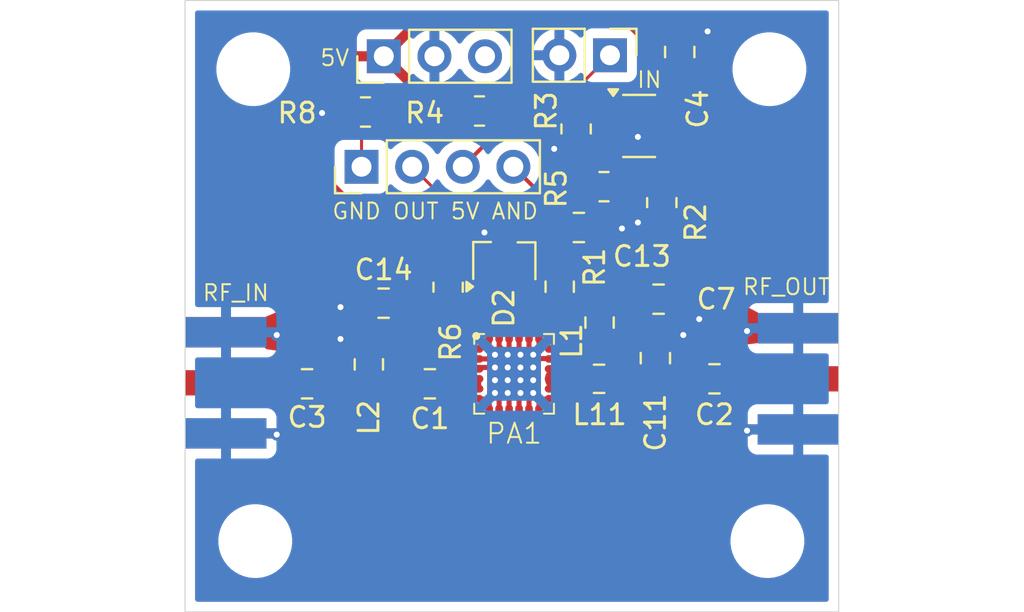
<source format=kicad_pcb>
(kicad_pcb (version 20240108) (generator "pcbnew") (generator_version "8.0")
  (layers (0 "F.Cu" signal) (31 "B.Cu" signal) (34 "B.Paste" user) (35 "F.Paste" user) (36 "B.SilkS" user "B.Silkscreen") (37 "F.SilkS" user "F.Silkscreen") (38 "B.Mask" user) (39 "F.Mask" user) (44 "Edge.Cuts" user))
  (net 0 "")
  (net 1 "+5V")
  (net 2 "GND")
  (net 3 "Net-(J2-In)")
  (net 4 "RFin")
  (net 5 "RFout")
  (net 6 "Net-(J3-In)")
  (net 7 "Net-(PA1-Vbias)")
  (net 9 "Net-(J4-Pin_1)")
  (net 10 "Net-(PA1-Iref)")
  (net 11 "Net-(C1-Pad2)")
  (net 12 "Net-(C11-Pad2)")
  (net 13 "AND")
  (net 14 "Net-(J5-Pin_1)")
  (net 15 "Net-(R2-Pad2)")
  (net 16 "Net-(J4-Pin_2)")
  (net 17 "Net-(J4-Pin_3)")
  (footprint "Capacitor_SMD:C_0805_2012Metric_Pad1.18x1.45mm_HandSolder" (layer "F.Cu") (at 153.83995 103.55 180)
    (property "Reference" "C13" (at -3.16005 -1.45 0) (layer "F.SilkS"))
    (property "Value" "0.1uF" (hide yes))
    (fp_line (start -0.261252 0.735) (end 0.261252 0.735) (stroke (width 0.12)) (layer "F.SilkS"))
    (fp_line (start -0.261252 -0.735) (end 0.261252 -0.735) (stroke (width 0.12)) (layer "F.SilkS"))
    (pad "1" smd roundrect (at -1.0375 0 180) (size 1.175 1.45) (layers "F.Cu" "F.Paste" "F.Mask") (roundrect_rratio 0.212766) (net 2 "GND"))
    (pad "2" smd roundrect (at 1.0375 0 180) (size 1.175 1.45) (layers "F.Cu" "F.Paste" "F.Mask") (roundrect_rratio 0.212766) (net 16 "Net-(J4-Pin_2)"))
  )
  (footprint "Resistor_SMD:R_0805_2012Metric_Pad1.20x1.40mm_HandSolder" (layer "F.Cu") (at 153.7 98.6 90)
    (property "Reference" "R3" (at 0.9 -1.5 90) (layer "F.SilkS"))
    (property "Value" "10k" (hide yes))
    (fp_line (start -0.227064 -0.735) (end 0.227064 -0.735) (stroke (width 0.12)) (layer "F.SilkS"))
    (fp_line (start -0.227064 0.735) (end 0.227064 0.735) (stroke (width 0.12)) (layer "F.SilkS"))
    (pad "1" smd roundrect (at -1 0 90) (size 1.2 1.4) (layers "F.Cu" "F.Paste" "F.Mask") (roundrect_rratio 0.208333) (net 2 "GND"))
    (pad "2" smd roundrect (at 1 0 90) (size 1.2 1.4) (layers "F.Cu" "F.Paste" "F.Mask") (roundrect_rratio 0.208333) (net 14 "Net-(J5-Pin_1)"))
  )
  (footprint "Resistor_SMD:R_0805_2012Metric_Pad1.20x1.40mm_HandSolder" (layer "F.Cu") (at 155.1 101.5)
    (property "Reference" "R5" (at -2.4 0.1 90) (layer "F.SilkS"))
    (property "Value" "215" (hide yes))
    (fp_line (start -0.227064 -0.735) (end 0.227064 -0.735) (stroke (width 0.12)) (layer "F.SilkS"))
    (fp_line (start -0.227064 0.735) (end 0.227064 0.735) (stroke (width 0.12)) (layer "F.SilkS"))
    (pad "1" smd roundrect (at -1 0) (size 1.2 1.4) (layers "F.Cu" "F.Paste" "F.Mask") (roundrect_rratio 0.208333) (net 13 "AND"))
    (pad "2" smd roundrect (at 1 0) (size 1.2 1.4) (layers "F.Cu" "F.Paste" "F.Mask") (roundrect_rratio 0.208333) (net 15 "Net-(R2-Pad2)"))
  )
  (footprint "Resistor_SMD:R_0805_2012Metric_Pad1.20x1.40mm_HandSolder" (layer "F.Cu") (at 147.27745 106.55 -90)
    (property "Reference" "R6" (at 2.75 -0.12255 90) (layer "F.SilkS"))
    (property "Value" "280" (hide yes))
    (fp_line (start -0.227064 0.735) (end 0.227064 0.735) (stroke (width 0.12)) (layer "F.SilkS"))
    (fp_line (start -0.227064 -0.735) (end 0.227064 -0.735) (stroke (width 0.12)) (layer "F.SilkS"))
    (pad "1" smd roundrect (at -1 0 270) (size 1.2 1.4) (layers "F.Cu" "F.Paste" "F.Mask") (roundrect_rratio 0.208333) (net 1 "+5V"))
    (pad "2" smd roundrect (at 1 0 270) (size 1.2 1.4) (layers "F.Cu" "F.Paste" "F.Mask") (roundrect_rratio 0.208333) (net 7 "Net-(PA1-Vbias)"))
  )
  (footprint "Connector_PinHeader_2.54mm:PinHeader_1x03_P2.54mm_Vertical" (layer "F.Cu") (at 144.05 94.95 90)
    (property "Reference" "J1" (hide yes))
    (property "Value" "Conn_01x03_Pin" (hide yes))
    (fp_line (start -1.33 -1.33) (end 0 -1.33) (stroke (width 0.12)) (layer "F.SilkS"))
    (fp_line (start -1.33 0) (end -1.33 -1.33) (stroke (width 0.12)) (layer "F.SilkS"))
    (fp_line (start 1.33 1.27) (end 1.33 6.41) (stroke (width 0.12)) (layer "F.SilkS"))
    (fp_line (start -1.33 1.27) (end 1.33 1.27) (stroke (width 0.12)) (layer "F.SilkS"))
    (fp_line (start -1.33 1.27) (end -1.33 6.41) (stroke (width 0.12)) (layer "F.SilkS"))
    (fp_line (start -1.33 6.41) (end 1.33 6.41) (stroke (width 0.12)) (layer "F.SilkS"))
    (pad "1" thru_hole rect (at 0 0 90) (size 1.7 1.7) (drill 1) (layers "*.Cu" "*.Mask") (net 1 "+5V"))
    (pad "2" thru_hole oval (at 0 2.54 90) (size 1.7 1.7) (drill 1) (layers "*.Cu" "*.Mask") (net 2 "GND"))
    (pad "3" thru_hole oval (at 0 5.08 90) (size 1.7 1.7) (drill 1) (layers "*.Cu" "*.Mask"))
  )
  (footprint "Inductor_SMD:L_0805_2012Metric_Pad1.15x1.40mm_HandSolder" (layer "F.Cu") (at 143.3 110.425 90)
    (property "Reference" "L2" (at -2.675 0 90) (layer "F.SilkS"))
    (property "Value" "3.3nH" (hide yes))
    (fp_line (start -0.261252 -0.71) (end 0.261252 -0.71) (stroke (width 0.12)) (layer "F.SilkS"))
    (fp_line (start -0.261252 0.71) (end 0.261252 0.71) (stroke (width 0.12)) (layer "F.SilkS"))
    (pad "1" smd roundrect (at -1.025 0 90) (size 1.15 1.4) (layers "F.Cu" "F.Paste" "F.Mask") (roundrect_rratio 0.217391) (net 11 "Net-(C1-Pad2)"))
    (pad "2" smd roundrect (at 1.025 0 90) (size 1.15 1.4) (layers "F.Cu" "F.Paste" "F.Mask") (roundrect_rratio 0.217391) (net 2 "GND"))
  )
  (footprint "MountingHole:MountingHole_3.2mm_M3" (layer "F.Cu") (at 137.6 119.3)
    (property "Reference" "H3" (hide yes))
    (property "Value" "MountingHole" (hide yes))
    (pad "" np_thru_hole circle (at 0 0) (size 3.2 3.2) (drill 3.2) (layers "F&B.Cu" "*.Mask" "F.Paste"))
  )
  (footprint "Package_TO_SOT_SMD:TSOT-23" (layer "F.Cu") (at 150.07745 105.24 90)
    (property "Reference" "D2" (at -2.36 0 90) (layer "F.SilkS"))
    (property "Value" "D_Zener_Dual_CommonAnode_KKA" (hide yes))
    (fp_line (start 0.96 -1.54) (end -0.89 -1.54) (stroke (width 0.12)) (layer "F.SilkS"))
    (fp_line (start 0.96 -1.54) (end 0.96 -0.65) (stroke (width 0.12)) (layer "F.SilkS"))
    (fp_line (start 0.945 0.69) (end 0.945 1.58) (stroke (width 0.12)) (layer "F.SilkS"))
    (fp_line (start 0.945 1.58) (end -0.905 1.58) (stroke (width 0.12)) (layer "F.SilkS"))
    (fp_poly (pts (xy -1.28 -1.55) (xy -1.52 -1.88) (xy -1.04 -1.88) (xy -1.28 -1.55)) (stroke (width 0.12)) (fill solid) (layer "F.SilkS"))
    (pad "1" smd roundrect (at -1.31 -0.95 90) (size 1.22 0.65) (layers "F.Cu" "F.Paste" "F.Mask") (net 7 "Net-(PA1-Vbias)"))
    (pad "2" smd roundrect (at -1.31 0.95 90) (size 1.22 0.65) (layers "F.Cu" "F.Paste" "F.Mask") (net 16 "Net-(J4-Pin_2)"))
    (pad "3" smd roundrect (at 1.31 0 90) (size 1.22 0.65) (layers "F.Cu" "F.Paste" "F.Mask") (net 2 "GND"))
  )
  (footprint "Inductor_SMD:L_0805_2012Metric_Pad1.15x1.40mm_HandSolder" (layer "F.Cu") (at 154.85245 111.15)
    (property "Reference" "L11" (at 0.025 1.8 0) (layer "F.SilkS"))
    (property "Value" "3.0nH" (hide yes))
    (fp_line (start -0.261252 -0.71) (end 0.261252 -0.71) (stroke (width 0.12)) (layer "F.SilkS"))
    (fp_line (start -0.261252 0.71) (end 0.261252 0.71) (stroke (width 0.12)) (layer "F.SilkS"))
    (pad "1" smd roundrect (at -1.025 0) (size 1.15 1.4) (layers "F.Cu" "F.Paste" "F.Mask") (roundrect_rratio 0.217391) (net 5 "RFout"))
    (pad "2" smd roundrect (at 1.025 0) (size 1.15 1.4) (layers "F.Cu" "F.Paste" "F.Mask") (roundrect_rratio 0.217391) (net 12 "Net-(C11-Pad2)"))
  )
  (footprint "Capacitor_SMD:C_0805_2012Metric_Pad1.18x1.45mm_HandSolder" (layer "F.Cu") (at 144.03995 107.35)
    (property "Reference" "C14" (at 0 -1.68 0) (layer "F.SilkS"))
    (property "Value" "100pF" (hide yes))
    (fp_line (start -0.261252 -0.735) (end 0.261252 -0.735) (stroke (width 0.12)) (layer "F.SilkS"))
    (fp_line (start -0.261252 0.735) (end 0.261252 0.735) (stroke (width 0.12)) (layer "F.SilkS"))
    (pad "1" smd roundrect (at -1.0375 0) (size 1.175 1.45) (layers "F.Cu" "F.Paste" "F.Mask") (roundrect_rratio 0.212766) (net 2 "GND"))
    (pad "2" smd roundrect (at 1.0375 0) (size 1.175 1.45) (layers "F.Cu" "F.Paste" "F.Mask") (roundrect_rratio 0.212766) (net 7 "Net-(PA1-Vbias)"))
  )
  (footprint "adafruit:SMA_EDGELAUNCH" (layer "F.Cu") (at 134.1 111.35)
    (property "Reference" "J2" (hide yes))
    (property "Value" "Conn_Coaxial" (hide yes))
    (pad "1" smd rect (at 2.032 0 90) (size 1.27 4.064) (layers "F.Cu" "F.Mask") (net 3 "Net-(J2-In)"))
    (pad "2" smd rect (at 2.032 -2.54 90) (size 1.524 4.064) (layers "F.Cu" "F.Mask") (net 2 "GND"))
    (pad "2" smd rect (at 2.032 -2.54 90) (size 1.524 4.064) (layers "B.Cu" "B.Mask") (net 2 "GND"))
    (pad "2" smd rect (at 2.032 2.54 90) (size 1.524 4.064) (layers "F.Cu" "F.Mask") (net 2 "GND"))
    (pad "2" smd rect (at 2.032 2.54 90) (size 1.524 4.064) (layers "B.Cu" "B.Mask") (net 2 "GND"))
  )
  (footprint "Capacitor_SMD:C_0805_2012Metric_Pad1.18x1.45mm_HandSolder" (layer "F.Cu") (at 157.67745 110.1125 -90)
    (property "Reference" "C11" (at 3.2375 0 90) (layer "F.SilkS"))
    (property "Value" "39pF" (hide yes))
    (fp_line (start -0.261252 0.735) (end 0.261252 0.735) (stroke (width 0.12)) (layer "F.SilkS"))
    (fp_line (start -0.261252 -0.735) (end 0.261252 -0.735) (stroke (width 0.12)) (layer "F.SilkS"))
    (pad "1" smd roundrect (at -1.0375 0 270) (size 1.175 1.45) (layers "F.Cu" "F.Paste" "F.Mask") (roundrect_rratio 0.212766) (net 2 "GND"))
    (pad "2" smd roundrect (at 1.0375 0 270) (size 1.175 1.45) (layers "F.Cu" "F.Paste" "F.Mask") (roundrect_rratio 0.212766) (net 12 "Net-(C11-Pad2)"))
  )
  (footprint "Inductor_SMD:L_0805_2012Metric_Pad1.15x1.40mm_HandSolder" (layer "F.Cu") (at 154.87745 108.325 -90)
    (property "Reference" "L1" (at 0.925 1.4 90) (layer "F.SilkS"))
    (property "Value" "56nH" (hide yes))
    (fp_line (start -0.261252 0.71) (end 0.261252 0.71) (stroke (width 0.12)) (layer "F.SilkS"))
    (fp_line (start -0.261252 -0.71) (end 0.261252 -0.71) (stroke (width 0.12)) (layer "F.SilkS"))
    (pad "1" smd roundrect (at -1.025 0 270) (size 1.15 1.4) (layers "F.Cu" "F.Paste" "F.Mask") (roundrect_rratio 0.217391) (net 1 "+5V"))
    (pad "2" smd roundrect (at 1.025 0 270) (size 1.15 1.4) (layers "F.Cu" "F.Paste" "F.Mask") (roundrect_rratio 0.217391) (net 5 "RFout"))
  )
  (footprint "MountingHole:MountingHole_3.2mm_M3" (layer "F.Cu") (at 163.4 95.6)
    (property "Reference" "H4" (hide yes))
    (property "Value" "MountingHole" (hide yes))
    (pad "" np_thru_hole circle (at 0 0) (size 3.2 3.2) (drill 3.2) (layers "F&B.Cu" "*.Mask" "F.Paste"))
  )
  (footprint "Capacitor_SMD:C_0805_2012Metric_Pad1.18x1.45mm_HandSolder" (layer "F.Cu") (at 160.63995 111.15 180)
    (property "Reference" "C2" (at 0 -1.8 0) (layer "F.SilkS"))
    (property "Value" "1uF" (hide yes))
    (fp_line (start -0.261252 0.735) (end 0.261252 0.735) (stroke (width 0.12)) (layer "F.SilkS"))
    (fp_line (start -0.261252 -0.735) (end 0.261252 -0.735) (stroke (width 0.12)) (layer "F.SilkS"))
    (pad "1" smd roundrect (at -1.0375 0 180) (size 1.175 1.45) (layers "F.Cu" "F.Paste" "F.Mask") (roundrect_rratio 0.212766) (net 6 "Net-(J3-In)"))
    (pad "2" smd roundrect (at 1.0375 0 180) (size 1.175 1.45) (layers "F.Cu" "F.Paste" "F.Mask") (roundrect_rratio 0.212766) (net 12 "Net-(C11-Pad2)"))
  )
  (footprint "MountingHole:MountingHole_3.2mm_M3" (layer "F.Cu") (at 163.3 119.3)
    (property "Reference" "H2" (hide yes))
    (property "Value" "MountingHole" (hide yes))
    (pad "" np_thru_hole circle (at 0 0) (size 3.2 3.2) (drill 3.2) (layers "F&B.Cu" "*.Mask" "F.Paste"))
  )
  (footprint "Capacitor_SMD:C_0805_2012Metric_Pad1.18x1.45mm_HandSolder" (layer "F.Cu") (at 140.2 111.4 180)
    (property "Reference" "C3" (at 0 -1.68 0) (layer "F.SilkS"))
    (property "Value" "1uF" (hide yes))
    (fp_line (start -0.261252 0.735) (end 0.261252 0.735) (stroke (width 0.12)) (layer "F.SilkS"))
    (fp_line (start -0.261252 -0.735) (end 0.261252 -0.735) (stroke (width 0.12)) (layer "F.SilkS"))
    (pad "1" smd roundrect (at -1.0375 0 180) (size 1.175 1.45) (layers "F.Cu" "F.Paste" "F.Mask") (roundrect_rratio 0.212766) (net 11 "Net-(C1-Pad2)"))
    (pad "2" smd roundrect (at 1.0375 0 180) (size 1.175 1.45) (layers "F.Cu" "F.Paste" "F.Mask") (roundrect_rratio 0.212766) (net 3 "Net-(J2-In)"))
  )
  (footprint "Connector_PinHeader_2.54mm:PinHeader_1x04_P2.54mm_Vertical" (layer "F.Cu") (at 142.93255 100.5 90)
    (property "Reference" "J4" (hide yes))
    (property "Value" "Conn_01x04_Pin" (hide yes))
    (fp_line (start -1.33 -1.33) (end 0 -1.33) (stroke (width 0.12)) (layer "F.SilkS"))
    (fp_line (start -1.33 0) (end -1.33 -1.33) (stroke (width 0.12)) (layer "F.SilkS"))
    (fp_line (start 1.33 1.27) (end 1.33 8.95) (stroke (width 0.12)) (layer "F.SilkS"))
    (fp_line (start -1.33 1.27) (end 1.33 1.27) (stroke (width 0.12)) (layer "F.SilkS"))
    (fp_line (start -1.33 1.27) (end -1.33 8.95) (stroke (width 0.12)) (layer "F.SilkS"))
    (fp_line (start -1.33 8.95) (end 1.33 8.95) (stroke (width 0.12)) (layer "F.SilkS"))
    (pad "1" thru_hole rect (at 0 0 90) (size 1.7 1.7) (drill 1) (layers "*.Cu" "*.Mask") (net 9 "Net-(J4-Pin_1)"))
    (pad "2" thru_hole oval (at 0 2.54 90) (size 1.7 1.7) (drill 1) (layers "*.Cu" "*.Mask") (net 16 "Net-(J4-Pin_2)"))
    (pad "3" thru_hole oval (at 0 5.08 90) (size 1.7 1.7) (drill 1) (layers "*.Cu" "*.Mask") (net 17 "Net-(J4-Pin_3)"))
    (pad "4" thru_hole oval (at 0 7.62 90) (size 1.7 1.7) (drill 1) (layers "*.Cu" "*.Mask") (net 13 "AND"))
  )
  (footprint "Inductor_SMD:L_0805_2012Metric_Pad1.15x1.40mm_HandSolder" (layer "F.Cu") (at 152.87745 106.525 -90)
    (property "Reference" "R1" (at -0.975 -1.75 90) (layer "F.SilkS"))
    (property "Value" "68nH" (hide yes))
    (fp_line (start -0.261252 0.71) (end 0.261252 0.71) (stroke (width 0.12)) (layer "F.SilkS"))
    (fp_line (start -0.261252 -0.71) (end 0.261252 -0.71) (stroke (width 0.12)) (layer "F.SilkS"))
    (pad "1" smd roundrect (at -1.025 0 270) (size 1.15 1.4) (layers "F.Cu" "F.Paste" "F.Mask") (roundrect_rratio 0.217391) (net 16 "Net-(J4-Pin_2)"))
    (pad "2" smd roundrect (at 1.025 0 270) (size 1.15 1.4) (layers "F.Cu" "F.Paste" "F.Mask") (roundrect_rratio 0.217391) (net 10 "Net-(PA1-Iref)"))
  )
  (footprint "Connector_PinHeader_2.54mm:PinHeader_1x02_P2.54mm_Vertical" (layer "F.Cu") (at 155.4 94.9 -90)
    (property "Reference" "J5" (hide yes))
    (property "Value" "Conn_01x02_Pin" (hide yes))
    (fp_line (start -1.33 3.87) (end 1.33 3.87) (stroke (width 0.12)) (layer "F.SilkS"))
    (fp_line (start -1.33 1.27) (end -1.33 3.87) (stroke (width 0.12)) (layer "F.SilkS"))
    (fp_line (start -1.33 1.27) (end 1.33 1.27) (stroke (width 0.12)) (layer "F.SilkS"))
    (fp_line (start 1.33 1.27) (end 1.33 3.87) (stroke (width 0.12)) (layer "F.SilkS"))
    (fp_line (start -1.33 0) (end -1.33 -1.33) (stroke (width 0.12)) (layer "F.SilkS"))
    (fp_line (start -1.33 -1.33) (end 0 -1.33) (stroke (width 0.12)) (layer "F.SilkS"))
    (pad "1" thru_hole rect (at 0 0 270) (size 1.7 1.7) (drill 1) (layers "*.Cu" "*.Mask") (net 14 "Net-(J5-Pin_1)"))
    (pad "2" thru_hole oval (at 0 2.54 270) (size 1.7 1.7) (drill 1) (layers "*.Cu" "*.Mask") (net 2 "GND"))
  )
  (footprint "Capacitor_SMD:C_0805_2012Metric_Pad1.18x1.45mm_HandSolder" (layer "F.Cu") (at 157.83995 107.15)
    (property "Reference" "C7" (at 2.8875 0 0) (layer "F.SilkS"))
    (property "Value" "10u" (hide yes))
    (fp_line (start -0.261252 -0.735) (end 0.261252 -0.735) (stroke (width 0.12)) (layer "F.SilkS"))
    (fp_line (start -0.261252 0.735) (end 0.261252 0.735) (stroke (width 0.12)) (layer "F.SilkS"))
    (pad "1" smd roundrect (at -1.0375 0) (size 1.175 1.45) (layers "F.Cu" "F.Paste" "F.Mask") (roundrect_rratio 0.212766) (net 1 "+5V"))
    (pad "2" smd roundrect (at 1.0375 0) (size 1.175 1.45) (layers "F.Cu" "F.Paste" "F.Mask") (roundrect_rratio 0.212766) (net 2 "GND"))
  )
  (footprint "MountingHole:MountingHole_3.2mm_M3" (layer "F.Cu") (at 137.5 95.6)
    (property "Reference" "H1" (hide yes))
    (property "Value" "MountingHole" (hide yes))
    (pad "" np_thru_hole circle (at 0 0) (size 3.2 3.2) (drill 3.2) (layers "F&B.Cu" "*.Mask" "F.Paste"))
  )
  (footprint "Package_TO_SOT_SMD:SOT-23-5" (layer "F.Cu") (at 156.8625 98.45)
    (property "Reference" "U1" (hide yes))
    (property "Value" "SN74LV1T08QDBVRQ1" (hide yes))
    (fp_line (start 0 -1.56) (end -0.8 -1.56) (stroke (width 0.12)) (layer "F.SilkS"))
    (fp_line (start 0 -1.56) (end 0.8 -1.56) (stroke (width 0.12)) (layer "F.SilkS"))
    (fp_line (start 0 1.56) (end -0.8 1.56) (stroke (width 0.12)) (layer "F.SilkS"))
    (fp_line (start 0 1.56) (end 0.8 1.56) (stroke (width 0.12)) (layer "F.SilkS"))
    (fp_poly (pts (xy -1.3 -1.51) (xy -1.54 -1.84) (xy -1.06 -1.84) (xy -1.3 -1.51)) (stroke (width 0.12)) (fill solid) (layer "F.SilkS"))
    (pad "1" smd roundrect (at -1.1375 -0.95) (size 1.325 0.6) (layers "F.Cu" "F.Paste" "F.Mask") (net 1 "+5V"))
    (pad "2" smd roundrect (at -1.1375 0) (size 1.325 0.6) (layers "F.Cu" "F.Paste" "F.Mask") (net 14 "Net-(J5-Pin_1)"))
    (pad "3" smd roundrect (at -1.1375 0.95) (size 1.325 0.6) (layers "F.Cu" "F.Paste" "F.Mask") (net 2 "GND"))
    (pad "4" smd roundrect (at 1.1375 0.95) (size 1.325 0.6) (layers "F.Cu" "F.Paste" "F.Mask") (net 15 "Net-(R2-Pad2)"))
    (pad "5" smd roundrect (at 1.1375 -0.95) (size 1.325 0.6) (layers "F.Cu" "F.Paste" "F.Mask") (net 1 "+5V"))
  )
  (footprint "Capacitor_SMD:C_0805_2012Metric_Pad1.18x1.45mm_HandSolder" (layer "F.Cu") (at 146.3625 111.4 180)
    (property "Reference" "C1" (at 0 -1.75 0) (layer "F.SilkS"))
    (property "Value" "36pF" (hide yes))
    (fp_line (start -0.261252 0.735) (end 0.261252 0.735) (stroke (width 0.12)) (layer "F.SilkS"))
    (fp_line (start -0.261252 -0.735) (end 0.261252 -0.735) (stroke (width 0.12)) (layer "F.SilkS"))
    (pad "1" smd roundrect (at -1.0375 0 180) (size 1.175 1.45) (layers "F.Cu" "F.Paste" "F.Mask") (roundrect_rratio 0.212766) (net 4 "RFin"))
    (pad "2" smd roundrect (at 1.0375 0 180) (size 1.175 1.45) (layers "F.Cu" "F.Paste" "F.Mask") (roundrect_rratio 0.212766) (net 11 "Net-(C1-Pad2)"))
  )
  (footprint "Resistor_SMD:R_0805_2012Metric_Pad1.20x1.40mm_HandSolder" (layer "F.Cu") (at 143.13 97.75)
    (property "Reference" "R8" (at -3.43 0.05 0) (layer "F.SilkS"))
    (property "Value" "100k" (hide yes))
    (fp_line (start -0.227064 -0.735) (end 0.227064 -0.735) (stroke (width 0.12)) (layer "F.SilkS"))
    (fp_line (start -0.227064 0.735) (end 0.227064 0.735) (stroke (width 0.12)) (layer "F.SilkS"))
    (pad "1" smd roundrect (at -1 0) (size 1.2 1.4) (layers "F.Cu" "F.Paste" "F.Mask") (roundrect_rratio 0.208333) (net 2 "GND"))
    (pad "2" smd roundrect (at 1 0) (size 1.2 1.4) (layers "F.Cu" "F.Paste" "F.Mask") (roundrect_rratio 0.208333) (net 9 "Net-(J4-Pin_1)"))
  )
  (footprint "adafruit:SMA_EDGELAUNCH" (layer "F.Cu") (at 166.87745 111.15 180)
    (property "Reference" "J3" (hide yes))
    (property "Value" "Conn_Coaxial" (hide yes))
    (pad "1" smd rect (at 2.032 0 270) (size 1.27 4.064) (layers "F.Cu" "F.Mask") (net 6 "Net-(J3-In)"))
    (pad "2" smd rect (at 2.032 -2.54 270) (size 1.524 4.064) (layers "F.Cu" "F.Mask") (net 2 "GND"))
    (pad "2" smd rect (at 2.032 -2.54 270) (size 1.524 4.064) (layers "B.Cu" "B.Mask") (net 2 "GND"))
    (pad "2" smd rect (at 2.032 2.54 270) (size 1.524 4.064) (layers "F.Cu" "F.Mask") (net 2 "GND"))
    (pad "2" smd rect (at 2.032 2.54 270) (size 1.524 4.064) (layers "B.Cu" "B.Mask") (net 2 "GND"))
  )
  (footprint "Avionics:TQP7M9106" (layer "F.Cu") (at 150.58745 110.9)
    (property "Reference" "PA1" (at 0 3 0) (layer "F.SilkS") (effects (font (thickness 0.1))))
    (property "Value" "~" (hide yes))
    (fp_line (start -2 -2) (end -2 -1.5) (stroke (width 0.1)) (layer "F.SilkS"))
    (fp_line (start -2 -2) (end -1.5 -2) (stroke (width 0.1)) (layer "F.SilkS"))
    (fp_line (start -2 2) (end -2 1.5) (stroke (width 0.1)) (layer "F.SilkS"))
    (fp_line (start -2 2) (end -1.5 2) (stroke (width 0.1)) (layer "F.SilkS"))
    (fp_line (start 2 -2) (end 1.5 -2) (stroke (width 0.1)) (layer "F.SilkS"))
    (fp_line (start 2 -2) (end 2 -1.5) (stroke (width 0.1)) (layer "F.SilkS"))
    (fp_line (start 2 2) (end 1.5 2) (stroke (width 0.1)) (layer "F.SilkS"))
    (fp_line (start 2 2) (end 2 1.5) (stroke (width 0.1)) (layer "F.SilkS"))
    (fp_circle (center -1.9 -1.9) (end -1.7 -1.9) (fill solid) (layer "F.SilkS"))
    (pad "1" smd oval (at -1.89 -1.25 180) (size 0.7 0.38) (layers "F.Cu" "F.Paste" "F.Mask") (net 7 "Net-(PA1-Vbias)"))
    (pad "2" smd oval (at -1.89 -0.75 180) (size 0.7 0.38) (layers "F.Cu" "F.Paste" "F.Mask") (net 2 "GND"))
    (pad "3" smd oval (at -1.89 -0.25 180) (size 0.7 0.38) (layers "F.Cu" "F.Paste" "F.Mask") (net 2 "GND"))
    (pad "4" smd oval (at -1.89 0.25 180) (size 0.7 0.38) (layers "F.Cu" "F.Paste" "F.Mask") (net 4 "RFin"))
    (pad "5" smd oval (at -1.89 0.75 180) (size 0.7 0.38) (layers "F.Cu" "F.Paste" "F.Mask") (net 4 "RFin"))
    (pad "6" smd oval (at -1.89 1.25 180) (size 0.7 0.38) (layers "F.Cu" "F.Paste" "F.Mask") (net 2 "GND"))
    (pad "7" smd oval (at -1.25 1.89 270) (size 0.7 0.38) (layers "F.Cu" "F.Paste" "F.Mask") (net 2 "GND"))
    (pad "8" smd oval (at -0.75 1.89 270) (size 0.7 0.38) (layers "F.Cu" "F.Paste" "F.Mask") (net 2 "GND"))
    (pad "9" smd oval (at -0.25 1.89 270) (size 0.7 0.38) (layers "F.Cu" "F.Paste" "F.Mask") (net 2 "GND"))
    (pad "10" smd oval (at 0.25 1.89 270) (size 0.7 0.38) (layers "F.Cu" "F.Paste" "F.Mask") (net 2 "GND"))
    (pad "11" smd oval (at 0.75 1.89 270) (size 0.7 0.38) (layers "F.Cu" "F.Paste" "F.Mask") (net 2 "GND"))
    (pad "12" smd oval (at 1.25 1.89 270) (size 0.7 0.38) (layers "F.Cu" "F.Paste" "F.Mask") (net 2 "GND"))
    (pad "13" smd oval (at 1.89 1.25 180) (size 0.7 0.38) (layers "F.Cu" "F.Paste" "F.Mask") (net 2 "GND"))
    (pad "14" smd oval (at 1.89 0.75 180) (size 0.7 0.38) (layers "F.Cu" "F.Paste" "F.Mask") (net 5 "RFout"))
    (pad "15" smd oval (at 1.89 0.25 180) (size 0.7 0.38) (layers "F.Cu" "F.Paste" "F.Mask") (net 5 "RFout"))
    (pad "16" smd oval (at 1.89 -0.25 180) (size 0.7 0.38) (layers "F.Cu" "F.Paste" "F.Mask") (net 5 "RFout"))
    (pad "17" smd oval (at 1.89 -0.75 180) (size 0.7 0.38) (layers "F.Cu" "F.Paste" "F.Mask") (net 2 "GND"))
    (pad "18" smd oval (at 1.89 -1.25 180) (size 0.7 0.38) (layers "F.Cu" "F.Paste" "F.Mask") (net 10 "Net-(PA1-Iref)"))
    (pad "19" smd oval (at 1.25 -1.89 90) (size 0.7 0.38) (layers "F.Cu" "F.Paste" "F.Mask") (net 2 "GND"))
    (pad "20" smd oval (at 0.75 -1.89 90) (size 0.7 0.38) (layers "F.Cu" "F.Paste" "F.Mask") (net 2 "GND"))
    (pad "21" smd oval (at 0.25 -1.89 90) (size 0.7 0.38) (layers "F.Cu" "F.Paste" "F.Mask") (net 2 "GND"))
    (pad "22" smd oval (at -0.25 -1.89 90) (size 0.7 0.38) (layers "F.Cu" "F.Paste" "F.Mask") (net 2 "GND"))
    (pad "23" smd oval (at -0.75 -1.89 90) (size 0.7 0.38) (layers "F.Cu" "F.Paste" "F.Mask") (net 2 "GND"))
    (pad "24" smd oval (at -1.25 -1.89 90) (size 0.7 0.38) (layers "F.Cu" "F.Paste" "F.Mask") (net 2 "GND"))
    (pad "25" thru_hole circle (at -0.96 -0.96 90) (size 0.5 0.5) (drill 0.3) (layers "*.Cu" "F.Mask") (net 2 "GND"))
    (pad "25" thru_hole circle (at -0.96 -0.32 90) (size 0.5 0.5) (drill 0.3) (layers "*.Cu" "F.Mask") (net 2 "GND"))
    (pad "25" thru_hole circle (at -0.96 0.32 90) (size 0.5 0.5) (drill 0.3) (layers "*.Cu" "F.Mask") (net 2 "GND"))
    (pad "25" thru_hole circle (at -0.96 0.96 90) (size 0.5 0.5) (drill 0.3) (layers "*.Cu" "F.Mask") (net 2 "GND"))
    (pad "25" thru_hole circle (at -0.32 -0.96 90) (size 0.5 0.5) (drill 0.3) (layers "*.Cu" "F.Mask") (net 2 "GND"))
    (pad "25" thru_hole circle (at -0.32 -0.32 90) (size 0.5 0.5) (drill 0.3) (layers "*.Cu" "F.Mask") (net 2 "GND"))
    (pad "25" thru_hole circle (at -0.32 0.32 90) (size 0.5 0.5) (drill 0.3) (layers "*.Cu" "F.Mask") (net 2 "GND"))
    (pad "25" thru_hole circle (at -0.32 0.96 90) (size 0.5 0.5) (drill 0.3) (layers "*.Cu" "F.Mask") (net 2 "GND"))
    (pad "25" smd rect (at 0 0 90) (size 2.7 2.7) (layers "F.Cu" "F.Paste" "F.Mask") (net 2 "GND"))
    (pad "25" smd rect (at 0 0 270) (size 2.7 2.7) (layers "B.Cu") (net 2 "GND"))
    (pad "25" thru_hole circle (at 0.32 -0.96 90) (size 0.5 0.5) (drill 0.3) (layers "*.Cu" "F.Mask") (net 2 "GND"))
    (pad "25" thru_hole circle (at 0.32 -0.32 90) (size 0.5 0.5) (drill 0.3) (layers "*.Cu" "F.Mask") (net 2 "GND"))
    (pad "25" thru_hole circle (at 0.32 0.32 90) (size 0.5 0.5) (drill 0.3) (layers "*.Cu" "F.Mask") (net 2 "GND"))
    (pad "25" thru_hole circle (at 0.32 0.96 90) (size 0.5 0.5) (drill 0.3) (layers "*.Cu" "F.Mask") (net 2 "GND"))
    (pad "25" thru_hole circle (at 0.96 -0.96 90) (size 0.5 0.5) (drill 0.3) (layers "*.Cu" "F.Mask") (net 2 "GND"))
    (pad "25" thru_hole circle (at 0.96 -0.32 90) (size 0.5 0.5) (drill 0.3) (layers "*.Cu" "F.Mask") (net 2 "GND"))
    (pad "25" thru_hole circle (at 0.96 0.32 90) (size 0.5 0.5) (drill 0.3) (layers "*.Cu" "F.Mask") (net 2 "GND"))
    (pad "25" thru_hole circle (at 0.96 0.96 90) (size 0.5 0.5) (drill 0.3) (layers "*.Cu" "F.Mask") (net 2 "GND"))
  )
  (footprint "Resistor_SMD:R_0805_2012Metric_Pad1.20x1.40mm_HandSolder" (layer "F.Cu") (at 158 102.3 90)
    (property "Reference" "R2" (at -1 1.7 90) (layer "F.SilkS"))
    (property "Value" "100k" (hide yes))
    (fp_line (start -0.227064 -0.735) (end 0.227064 -0.735) (stroke (width 0.12)) (layer "F.SilkS"))
    (fp_line (start -0.227064 0.735) (end 0.227064 0.735) (stroke (width 0.12)) (layer "F.SilkS"))
    (pad "1" smd roundrect (at -1 0 90) (size 1.2 1.4) (layers "F.Cu" "F.Paste" "F.Mask") (roundrect_rratio 0.208333) (net 2 "GND"))
    (pad "2" smd roundrect (at 1 0 90) (size 1.2 1.4) (layers "F.Cu" "F.Paste" "F.Mask") (roundrect_rratio 0.208333) (net 15 "Net-(R2-Pad2)"))
  )
  (footprint "Capacitor_SMD:C_0805_2012Metric_Pad1.18x1.45mm_HandSolder" (layer "F.Cu") (at 158.9 94.7375 90)
    (property "Reference" "C4" (at -2.8625 0.9 90) (layer "F.SilkS"))
    (property "Value" "0.1uF" (hide yes))
    (fp_line (start -0.261252 -0.735) (end 0.261252 -0.735) (stroke (width 0.12)) (layer "F.SilkS"))
    (fp_line (start -0.261252 0.735) (end 0.261252 0.735) (stroke (width 0.12)) (layer "F.SilkS"))
    (pad "1" smd roundrect (at -1.0375 0 90) (size 1.175 1.45) (layers "F.Cu" "F.Paste" "F.Mask") (roundrect_rratio 0.212766) (net 1 "+5V"))
    (pad "2" smd roundrect (at 1.0375 0 90) (size 1.175 1.45) (layers "F.Cu" "F.Paste" "F.Mask") (roundrect_rratio 0.212766) (net 2 "GND"))
  )
  (footprint "Resistor_SMD:R_0805_2012Metric_Pad1.20x1.40mm_HandSolder" (layer "F.Cu") (at 148.85255 97.7)
    (property "Reference" "R4" (at -2.75255 0.1 0) (layer "F.SilkS"))
    (property "Value" "240" (hide yes))
    (fp_line (start -0.227064 -0.735) (end 0.227064 -0.735) (stroke (width 0.12)) (layer "F.SilkS"))
    (fp_line (start -0.227064 0.735) (end 0.227064 0.735) (stroke (width 0.12)) (layer "F.SilkS"))
    (pad "1" smd roundrect (at -1 0) (size 1.2 1.4) (layers "F.Cu" "F.Paste" "F.Mask") (roundrect_rratio 0.208333) (net 1 "+5V"))
    (pad "2" smd roundrect (at 1 0) (size 1.2 1.4) (layers "F.Cu" "F.Paste" "F.Mask") (roundrect_rratio 0.208333) (net 17 "Net-(J4-Pin_3)"))
  )
  (gr_rect (start 134.07745 92.15) (end 166.87745 122.85) (stroke (width 0.05)) (fill none) (layer "Edge.Cuts"))
  (gr_text "5V" (at 140.8 95.5 0) (layer "F.SilkS") (effects (font (size 0.8 0.8) (thickness 0.1)) (justify left bottom)))
  (gr_text "RF_IN\n" (at 134.9 107.3 0) (layer "F.SilkS") (effects (font (size 0.8 0.8) (thickness 0.1)) (justify left bottom)))
  (gr_text "IN\n" (at 156.7 96.6 0) (layer "F.SilkS") (effects (font (size 0.8 0.8) (thickness 0.1)) (justify left bottom)))
  (gr_text "RF_OUT" (at 162 107 0) (layer "F.SilkS") (effects (font (size 0.8 0.8) (thickness 0.1)) (justify left bottom)))
  (gr_text "GND OUT 5V AND" (at 141.4 103.2 0) (layer "F.SilkS") (effects (font (size 0.8 0.8) (thickness 0.1)) (justify left bottom)))
  (segment (start 142.692 94.95) (end 140.24615 97.39585) (width 0.508) (layer "F.Cu") (net 1))
  (segment (start 159.8 99.3) (end 158 97.5) (width 0.508) (layer "F.Cu") (net 1))
  (segment (start 147.85255 97.7) (end 146.8 97.7) (width 0.508) (layer "F.Cu") (net 1))
  (segment (start 144.05 94.95) (end 145.9 93.1) (width 0.508) (layer "F.Cu") (net 1))
  (segment (start 156.225 93.1) (end 158.8 95.675) (width 0.508) (layer "F.Cu") (net 1))
  (segment (start 159.8 104.15245) (end 159.8 99.3) (width 0.508) (layer "F.Cu") (net 1))
  (segment (start 155.725 97.5) (end 158 97.5) (width 0.508) (layer "F.Cu") (net 1))
  (segment (start 145.46975 105.55) (end 147.27745 105.55) (width 0.508) (layer "F.Cu") (net 1))
  (segment (start 158.8 96.7) (end 158 97.5) (width 0.508) (layer "F.Cu") (net 1))
  (segment (start 147.27745 105.55) (end 147.62745 105.2) (width 0.508) (layer "F.Cu") (net 1))
  (segment (start 140.24615 97.39585) (end 140.24615 100.3264) (width 0.508) (layer "F.Cu") (net 1))
  (segment (start 144.05 94.95) (end 142.692 94.95) (width 0.508) (layer "F.Cu") (net 1))
  (segment (start 154.9 107.27745) (end 154.87745 107.3) (width 0.508) (layer "F.Cu") (net 1))
  (segment (start 156.65245 107.3) (end 156.80245 107.15) (width 0.508) (layer "F.Cu") (net 1))
  (segment (start 154.87745 107.3) (end 156.65245 107.3) (width 0.508) (layer "F.Cu") (net 1))
  (segment (start 156.80245 107.15) (end 159.8 104.15245) (width 0.508) (layer "F.Cu") (net 1))
  (segment (start 140.24615 100.3264) (end 145.46975 105.55) (width 0.508) (layer "F.Cu") (net 1))
  (segment (start 145.9 93.1) (end 156.225 93.1) (width 0.508) (layer "F.Cu") (net 1))
  (segment (start 146.8 97.7) (end 144.05 94.95) (width 0.508) (layer "F.Cu") (net 1))
  (segment (start 144.05 94.95) (end 144.33 94.95) (width 0.508) (layer "F.Cu") (net 1))
  (segment (start 158.8 95.675) (end 158.8 96.7) (width 0.508) (layer "F.Cu") (net 1))
  (segment (start 149.33745 112.79) (end 149.33745 112.15) (width 0.254) (layer "F.Cu") (net 2))
  (segment (start 142.00245 109.275) (end 141.87745 109.15) (width 0.508) (layer "F.Cu") (net 2))
  (segment (start 138.61745 113.89) (end 138.67745 113.95) (width 0.508) (layer "F.Cu") (net 2))
  (segment (start 151.83745 112.79) (end 151.83745 112.15) (width 0.254) (layer "F.Cu") (net 2))
  (segment (start 149.23 103.93) (end 149.1 103.8) (width 0.508) (layer "F.Cu") (net 2))
  (segment (start 136.132 113.89) (end 138.61745 113.89) (width 0.508) (layer "F.Cu") (net 2))
  (segment (start 149.32045 112.167) (end 148.69745 112.167) (width 0.254) (layer "F.Cu") (net 2))
  (segment (start 158 103.3) (end 156.8 103.3) (width 0.508) (layer "F.Cu") (net 2))
  (segment (start 148.75045 110.58) (end 148.69745 110.633) (width 0.254) (layer "F.Cu") (net 2))
  (segment (start 151.85445 112.167) (end 152.47745 112.167) (width 0.254) (layer "F.Cu") (net 2))
  (segment (start 151.83745 109.01) (end 151.83745 109.65) (width 0.254) (layer "F.Cu") (net 2))
  (segment (start 150.33745 112.79) (end 150.33745 111.93) (width 0.254) (layer "F.Cu") (net 2))
  (segment (start 164.84545 108.61) (end 162.41745 108.61) (width 0.508) (layer "F.Cu") (net 2))
  (segment (start 155.95 103.55) (end 156 103.6) (width 0.508) (layer "F.Cu") (net 2))
  (segment (start 151.54745 109.94) (end 151.74045 110.133) (width 0.254) (layer "F.Cu") (net 2))
  (segment (start 148.69745 110.15) (end 149.41745 110.15) (width 0.254) (layer "F.Cu") (net 2))
  (segment (start 142.13 97.75) (end 141.00255 97.75) (width 0.508) (layer "F.Cu") (net 2))
  (segment (start 149.83745 112.07) (end 149.62745 111.86) (width 0.254) (layer "F.Cu") (net 2))
  (segment (start 162.41745 108.61) (end 162.27745 108.75) (width 0.508) (layer "F.Cu") (net 2))
  (segment (start 150.33745 109.01) (end 150.33745 109.87) (width 0.254) (layer "F.Cu") (net 2))
  (segment (start 136.132 108.81) (end 138.53745 108.81) (width 0.508) (layer "F.Cu") (net 2))
  (segment (start 150.83745 111.93) (end 150.90745 111.86) (width 0.254) (layer "F.Cu") (net 2))
  (segment (start 149.41745 110.15) (end 149.62745 109.94) (width 0.254) (layer "F.Cu") (net 2))
  (segment (start 150.33745 111.93) (end 150.26745 111.86) (width 0.254) (layer "F.Cu") (net 2))
  (segment (start 162.33745 113.69) (end 162.27745 113.75) (width 0.508) (layer "F.Cu") (net 2))
  (segment (start 158.9 93.7) (end 160.3 93.7) (width 0.508) (layer "F.Cu") (net 2))
  (segment (start 149.33745 112.15) (end 149.62745 111.86) (width 0.254) (layer "F.Cu") (net 2))
  (segment (start 150.07745 103.93) (end 149.23 103.93) (width 0.508) (layer "F.Cu") (net 2))
  (segment (start 143.00245 107.35) (end 142.07745 107.35) (width 0.508) (layer "F.Cu") (net 2))
  (segment (start 151.83745 109.65) (end 151.54745 109.94) (width 0.254) (layer "F.Cu") (net 2))
  (segment (start 150.83745 112.79) (end 150.83745 111.93) (width 0.254) (layer "F.Cu") (net 2))
  (segment (start 149.83745 109.01) (end 149.83745 109.51) (width 0.254) (layer "F.Cu") (net 2))
  (segment (start 149.33745 109.01) (end 149.33745 109.65) (width 0.254) (layer "F.Cu") (net 2))
  (segment (start 157.67745 109.075) (end 158.95245 109.075) (width 0.508) (layer "F.Cu") (net 2))
  (segment (start 142.07745 107.35) (end 141.87745 107.55) (width 0.508) (layer "F.Cu") (net 2))
  (segment (start 154.87745 103.55) (end 155.95 103.55) (width 0.508) (layer "F.Cu") (net 2))
  (segment (start 151.33745 112.79) (end 151.33745 112.07) (width 0.254) (layer "F.Cu") (net 2))
  (segment (start 149.62745 110.58) (end 148.75045 110.58) (width 0.254) (layer "F.Cu") (net 2))
  (segment (start 149.33745 109.65) (end 149.62745 109.94) (width 0.254) (layer "F.Cu") (net 2))
  (segment (start 151.74045 110.133) (end 152.47745 110.133) (width 0.254) (layer "F.Cu") (net 2))
  (segment (start 151.54745 111.86) (end 151.85445 112.167) (width 0.254) (layer "F.Cu") (net 2))
  (segment (start 138.53745 108.81) (end 138.67745 108.95) (width 0.508) (layer "F.Cu") (net 2))
  (segment (start 150.83745 109.87) (end 150.90745 109.94) (width 0.254) (layer "F.Cu") (net 2))
  (segment (start 151.83745 112.15) (end 151.54745 111.86) (width 0.254) (layer "F.Cu") (net 2))
  (segment (start 164.84545 113.69) (end 162.33745 113.69) (width 0.508) (layer "F.Cu") (net 2))
  (segment (start 141.00255 97.75) (end 140.95255 97.8) (width 0.508) (layer "F.Cu") (net 2))
  (segment (start 149.83745 109.51) (end 150.26745 109.94) (width 0.254) (layer "F.Cu") (net 2))
  (segment (start 149.62745 111.86) (end 149.32045 112.167) (width 0.254) (layer "F.Cu") (net 2))
  (segment (start 156.4 99.4) (end 156.8 99) (width 0.508) (layer "F.Cu") (net 2))
  (segment (start 149.83745 112.79) (end 149.83745 112.07) (width 0.254) (layer "F.Cu") (net 2))
  (segment (start 150.33745 109.87) (end 150.26745 109.94) (width 0.254) (layer "F.Cu") (net 2))
  (segment (start 143.27745 109.275) (end 142.00245 109.275) (width 0.508) (layer "F.Cu") (net 2))
  (segment (start 150.83745 109.01) (end 150.83745 109.87) (width 0.254) (layer "F.Cu") (net 2))
  (segment (start 151.33745 109.01) (end 151.33745 109.73) (width 0.254) (layer "F.Cu") (net 2))
  (segment (start 158.95245 109.075) (end 159.07745 108.95) (width 0.508) (layer "F.Cu") (net 2))
  (segment (start 151.33745 109.73) (end 151.54745 109.94) (width 0.254) (layer "F.Cu") (net 2))
  (segment (start 153.7 99.6) (end 152.6 99.6) (width 0.508) (layer "F.Cu") (net 2))
  (segment (start 158.87745 107.15) (end 159.87745 108.15) (width 0.508) (layer "F.Cu") (net 2))
  (segment (start 151.33745 112.07) (end 151.54745 111.86) (width 0.254) (layer "F.Cu") (net 2))
  (segment (start 155.725 99.4) (end 156.4 99.4) (width 0.508) (layer "F.Cu") (net 2))
  (via (at 138.67745 108.95) (size 0.6) (drill 0.3) (layers "F.Cu" "B.Cu") (net 2))
  (via (at 141.87745 107.55) (size 0.6) (drill 0.3) (layers "F.Cu" "B.Cu") (net 2))
  (via (at 138.67745 113.95) (size 0.6) (drill 0.3) (layers "F.Cu" "B.Cu") (net 2))
  (via (at 159.87745 108.15) (size 0.6) (drill 0.3) (layers "F.Cu" "B.Cu") (net 2))
  (via (at 149.1 103.8) (size 0.6) (drill 0.3) (layers "F.Cu" "B.Cu") (net 2))
  (via (at 159.07745 108.95) (size 0.6) (drill 0.3) (layers "F.Cu" "B.Cu") (net 2))
  (via (at 160.3 93.7) (size 0.6) (drill 0.3) (layers "F.Cu" "B.Cu") (net 2))
  (via (at 162.27745 113.75) (size 0.6) (drill 0.3) (layers "F.Cu" "B.Cu") (net 2))
  (via (at 156.8 99) (size 0.6) (drill 0.3) (layers "F.Cu" "B.Cu") (net 2))
  (via (at 156 103.6) (size 0.6) (drill 0.3) (layers "F.Cu" "B.Cu") (net 2))
  (via (at 141.87745 109.15) (size 0.6) (drill 0.3) (layers "F.Cu" "B.Cu") (net 2))
  (via (at 162.27745 108.75) (size 0.6) (drill 0.3) (layers "F.Cu" "B.Cu") (net 2))
  (via (at 152.6 99.6) (size 0.6) (drill 0.3) (layers "F.Cu" "B.Cu") (net 2))
  (via (at 156.8 103.3) (size 0.6) (drill 0.3) (layers "F.Cu" "B.Cu") (net 2))
  (via (at 140.95255 97.8) (size 0.6) (drill 0.3) (layers "F.Cu" "B.Cu") (net 2))
  (segment (start 136.132 111.35) (end 139.1125 111.35) (width 1.2019) (layer "F.Cu") (net 3))
  (segment (start 139.1125 111.35) (end 139.1625 111.4) (width 1.2019) (layer "F.Cu") (net 3))
  (segment (start 148.64145 111.35) (end 148.69745 111.294) (width 0.508) (layer "F.Cu") (net 4))
  (segment (start 147.27745 111.25) (end 148.54145 111.25) (width 0.508) (layer "F.Cu") (net 4))
  (segment (start 147.27745 111.55) (end 148.64145 111.55) (width 0.508) (layer "F.Cu") (net 4))
  (segment (start 148.54145 111.35) (end 148.69745 111.506) (width 0.508) (layer "F.Cu") (net 4))
  (segment (start 153.82745 111.15) (end 152.7384 111.15) (width 1.2019) (layer "F.Cu") (net 5))
  (segment (start 154.87745 109.35) (end 153.82745 110.4) (width 1.2019) (layer "F.Cu") (net 5))
  (segment (start 153.82745 110.4) (end 153.82745 111.15) (width 1.2019) (layer "F.Cu") (net 5))
  (segment (start 161.67745 111.15) (end 164.84545 111.15) (width 1.2019) (layer "F.Cu") (net 6))
  (segment (start 147.27745 107.55) (end 147.27745 108.23) (width 0.1524) (layer "F.Cu") (net 7))
  (segment (start 147.27745 108.23) (end 148.69745 109.65) (width 0.1524) (layer "F.Cu") (net 7))
  (segment (start 149.12745 106.55) (end 148.12745 107.55) (width 0.1524) (layer "F.Cu") (net 7))
  (segment (start 145.07745 107.35) (end 147.07745 107.35) (width 0.1524) (layer "F.Cu") (net 7))
  (segment (start 148.12745 107.55) (end 147.27745 107.55) (width 0.1524) (layer "F.Cu") (net 7))
  (segment (start 147.07745 107.35) (end 147.27745 107.55) (width 0.1524) (layer "F.Cu") (net 7))
  (segment (start 142.93255 98.94745) (end 144.13 97.75) (width 0.1524) (layer "F.Cu") (net 9))
  (segment (start 142.93255 100.5) (end 142.93255 98.94745) (width 0.1524) (layer "F.Cu") (net 9))
  (segment (start 152.87745 109.25) (end 152.47745 109.65) (width 0.1524) (layer "F.Cu") (net 10))
  (segment (start 152.87745 107.55) (end 152.87745 109.25) (width 0.1524) (layer "F.Cu") (net 10))
  (segment (start 145.325 111.4) (end 143.35 111.4) (width 1.2019) (layer "F.Cu") (net 11))
  (segment (start 143.35 111.4) (end 143.3 111.45) (width 1.2019) (layer "F.Cu") (net 11))
  (segment (start 143.25 111.4) (end 143.3 111.45) (width 1.2019) (layer "F.Cu") (net 11))
  (segment (start 141.2375 111.4) (end 143.25 111.4) (width 1.2019) (layer "F.Cu") (net 11))
  (segment (start 157.67745 111.15) (end 159.60245 111.15) (width 1.2019) (layer "F.Cu") (net 12))
  (segment (start 155.87745 111.15) (end 157.67745 111.15) (width 1.2019) (layer "F.Cu") (net 12))
  (segment (start 154.1 101.5) (end 151.55255 101.5) (width 0.2) (layer "F.Cu") (net 13))
  (segment (start 151.55255 101.5) (end 150.55255 100.5) (width 0.2) (layer "F.Cu") (net 13))
  (segment (start 153.7 97.6) (end 154.55 98.45) (width 0.1524) (layer "F.Cu") (net 14))
  (segment (start 154.55 98.45) (end 155.725 98.45) (width 0.1524) (layer "F.Cu") (net 14))
  (segment (start 153.7 96.6) (end 155.4 94.9) (width 0.1524) (layer "F.Cu") (net 14))
  (segment (start 153.7 97.6) (end 153.7 96.6) (width 0.1524) (layer "F.Cu") (net 14))
  (segment (start 158 99.4) (end 158 101.3) (width 0.1524) (layer "F.Cu") (net 15))
  (segment (start 157.8 101.5) (end 158 101.3) (width 0.1524) (layer "F.Cu") (net 15))
  (segment (start 156.1 101.5) (end 157.8 101.5) (width 0.1524) (layer "F.Cu") (net 15))
  (segment (start 151.85245 102.6) (end 152.80245 103.55) (width 0.1524) (layer "F.Cu") (net 16))
  (segment (start 152.80245 103.55) (end 152.80245 103.28245) (width 0.1524) (layer "F.Cu") (net 16))
  (segment (start 152.80245 103.55) (end 152.80245 105.425) (width 0.1524) (layer "F.Cu") (net 16))
  (segment (start 152.87745 105.5) (end 152.07745 105.5) (width 0.1524) (layer "F.Cu") (net 16))
  (segment (start 145.47255 100.5) (end 147.57255 102.6) (width 0.1524) (layer "F.Cu") (net 16))
  (segment (start 152.80245 105.425) (end 152.87745 105.5) (width 0.1524) (layer "F.Cu") (net 16))
  (segment (start 152.07745 105.5) (end 151.02745 106.55) (width 0.1524) (layer "F.Cu") (net 16))
  (segment (start 147.57255 102.6) (end 151.85245 102.6) (width 0.1524) (layer "F.Cu") (net 16))
  (segment (start 149.85255 97.7) (end 149.85255 98.66) (width 0.2) (layer "F.Cu") (net 17))
  (segment (start 149.85255 98.66) (end 148.01255 100.5) (width 0.2) (layer "F.Cu") (net 17))
  (zone (net 2) (net_name "GND") (layer "F.Cu") (priority 2) (connect_pads yes (clearance 0.5)) (min_thickness 0.25) (fill yes (thermal_gap 0.5) (thermal_bridge_width 0.5))
    (polygon (pts (xy 156.67745 109.85) (xy 158.67745 109.85) (xy 162.87745 109.35) (xy 162.87745 107.85) (xy 159.67745 106.15) (xy 157.97745 106.15) (xy 157.97745 108.15) (xy 156.67745 108.25)))
  )
  (zone (net 2) (net_name "GND") (layer "F.Cu") (priority 1) (connect_pads yes (clearance 0.5)) (min_thickness 0.25) (fill yes (thermal_gap 0.5) (thermal_bridge_width 0.5))
    (polygon (pts (xy 142.17745 110.25) (xy 144.27745 110.25) (xy 144.27745 108.45) (xy 143.97745 108.05) (xy 143.97745 106.35) (xy 142.17745 106.35) (xy 138.07745 108.05) (xy 138.07745 109.65)))
  )
  (zone (net 2) (net_name "GND") (layer "F.Cu") (priority 3) (connect_pads yes (clearance 0.5)) (min_thickness 0.25) (fill yes (thermal_gap 0.5) (thermal_bridge_width 0.5))
    (polygon (pts (xy 154.1 102.4) (xy 154.1 104.6) (xy 159.1 104.6) (xy 159.1 102.4)))
  )
  (zone (net 2) (net_name "GND") (layer "B.Cu") (connect_pads (clearance 0.5)) (min_thickness 0.25) (fill yes (thermal_gap 0.5) (thermal_bridge_width 0.5))
    (polygon (pts (xy 134.27745 92.35) (xy 166.6 92.4) (xy 166.67745 122.55) (xy 134.27745 122.55)))
  )
)
</source>
